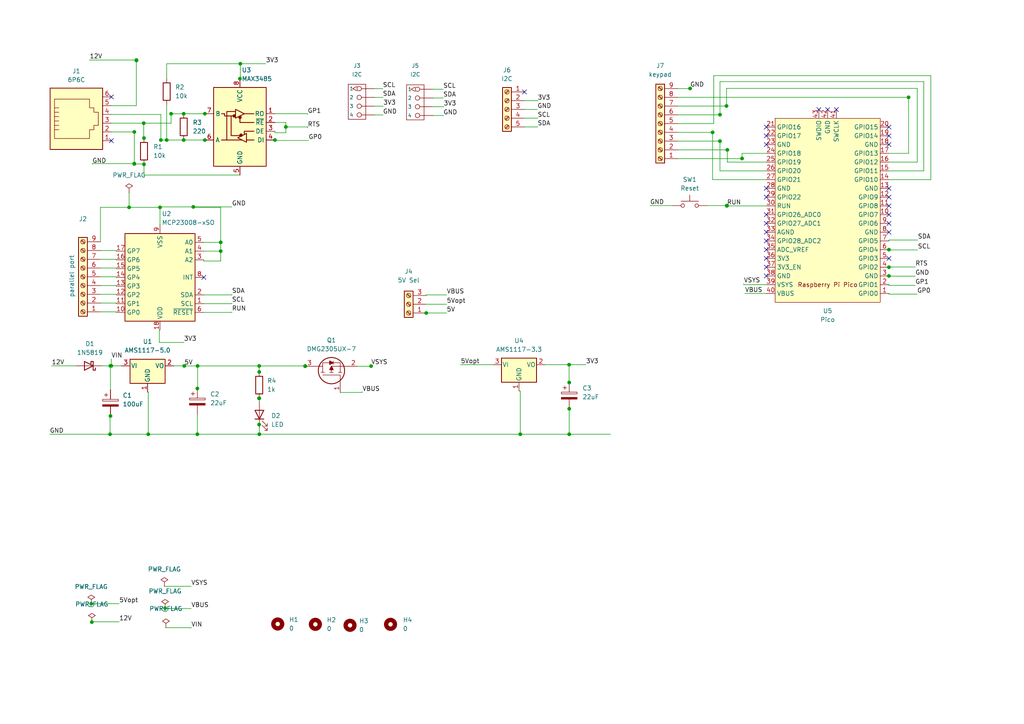
<source format=kicad_sch>
(kicad_sch (version 20211123) (generator eeschema)
  (paper "A4")
  (title_block (title "Lenz  Xpressnet Throttle") (date "2024-04-09") (rev "2.0"))
  (lib_symbols
    (symbol "Connector:6P6C" (pin_names (offset 1.016))
      (property "Reference" "J" (at -5.08 11.43 0))
      (property "Value" "6P6C" (at 2.54 11.43 0))
      (symbol "6P6C_0_1"
        (polyline (pts (xy -6.35 -1.905) (xy -5.08 -1.905) (xy -5.08 -1.905)))
        (polyline (pts (xy -6.35 -0.635) (xy -5.08 -0.635) (xy -5.08 -0.635)))
        (polyline (pts (xy -6.35 0.635) (xy -5.08 0.635) (xy -5.08 0.635)))
        (polyline (pts (xy -6.35 1.905) (xy -5.08 1.905) (xy -5.08 1.905)))
        (polyline (pts (xy -6.35 3.175) (xy -5.08 3.175) (xy -5.08 3.175)))
        (polyline (pts (xy -5.08 4.445) (xy -6.35 4.445) (xy -6.35 4.445)))
        (polyline (pts (xy -6.35 -4.445) (xy -6.35 6.985) (xy 3.81 6.985) (xy 3.81 4.445) (xy 5.08 4.445) (xy 5.08 3.175) (xy 6.35 3.175) (xy 6.35 -0.635) (xy 5.08 -0.635) (xy 5.08 -1.905) (xy 3.81 -1.905) (xy 3.81 -4.445) (xy -6.35 -4.445) (xy -6.35 -4.445)))
        (rectangle (start 7.62 10.16) (end -7.62 -7.62) (stroke (width 0.254)) (fill (type background)))
      )
      (symbol "6P6C_1_1"
        (pin passive line (at 10.16 -5.08 180) (length 2.54) (name "~") (number "1"))
        (pin passive line (at 10.16 -2.54 180) (length 2.54) (name "~") (number "2"))
        (pin passive line (at 10.16 0 180) (length 2.54) (name "~") (number "3"))
        (pin passive line (at 10.16 2.54 180) (length 2.54) (name "~") (number "4"))
        (pin passive line (at 10.16 5.08 180) (length 2.54) (name "~") (number "5"))
        (pin passive line (at 10.16 7.62 180) (length 2.54) (name "~") (number "6"))
      )
    )
    (symbol "Connector:Screw_Terminal_01x03" (pin_names (offset 1.016) hide)
      (property "Reference" "J" (at 0 5.08 0))
      (property "Value" "Screw_Terminal_01x03" (at 0 -5.08 0))
      (symbol "Screw_Terminal_01x03_1_1"
        (rectangle (start -1.27 3.81) (end 1.27 -3.81) (stroke (width 0.254)) (fill (type background)))
        (circle (center 0 -2.54) (radius 0.635) (stroke (width 0.1524)))
        (polyline (pts (xy -0.5334 -2.2098) (xy 0.3302 -3.048)) (stroke (width 0.1524)))
        (polyline (pts (xy -0.5334 0.3302) (xy 0.3302 -0.508)) (stroke (width 0.1524)))
        (polyline (pts (xy -0.5334 2.8702) (xy 0.3302 2.032)) (stroke (width 0.1524)))
        (polyline (pts (xy -0.3556 -2.032) (xy 0.508 -2.8702)) (stroke (width 0.1524)))
        (polyline (pts (xy -0.3556 0.508) (xy 0.508 -0.3302)) (stroke (width 0.1524)))
        (polyline (pts (xy -0.3556 3.048) (xy 0.508 2.2098)) (stroke (width 0.1524)))
        (circle (center 0 0) (radius 0.635) (stroke (width 0.1524)))
        (circle (center 0 2.54) (radius 0.635) (stroke (width 0.1524)))
        (pin passive line (at -5.08 2.54 0) (length 3.81) (name "Pin_1") (number "1"))
        (pin passive line (at -5.08 0 0) (length 3.81) (name "Pin_2") (number "2"))
        (pin passive line (at -5.08 -2.54 0) (length 3.81) (name "Pin_3") (number "3"))
      )
    )
    (symbol "Connector:Screw_Terminal_01x05" (pin_names (offset 1.016) hide)
      (property "Reference" "J" (at 0 7.62 0))
      (property "Value" "Screw_Terminal_01x05" (at 0 -7.62 0))
      (symbol "Screw_Terminal_01x05_1_1"
        (rectangle (start -1.27 6.35) (end 1.27 -6.35) (stroke (width 0.254)) (fill (type background)))
        (circle (center 0 -5.08) (radius 0.635) (stroke (width 0.1524)))
        (circle (center 0 -2.54) (radius 0.635) (stroke (width 0.1524)))
        (polyline (pts (xy -0.5334 -4.7498) (xy 0.3302 -5.588)) (stroke (width 0.1524)))
        (polyline (pts (xy -0.5334 -2.2098) (xy 0.3302 -3.048)) (stroke (width 0.1524)))
        (polyline (pts (xy -0.5334 0.3302) (xy 0.3302 -0.508)) (stroke (width 0.1524)))
        (polyline (pts (xy -0.5334 2.8702) (xy 0.3302 2.032)) (stroke (width 0.1524)))
        (polyline (pts (xy -0.5334 5.4102) (xy 0.3302 4.572)) (stroke (width 0.1524)))
        (polyline (pts (xy -0.3556 -4.572) (xy 0.508 -5.4102)) (stroke (width 0.1524)))
        (polyline (pts (xy -0.3556 -2.032) (xy 0.508 -2.8702)) (stroke (width 0.1524)))
        (polyline (pts (xy -0.3556 0.508) (xy 0.508 -0.3302)) (stroke (width 0.1524)))
        (polyline (pts (xy -0.3556 3.048) (xy 0.508 2.2098)) (stroke (width 0.1524)))
        (polyline (pts (xy -0.3556 5.588) (xy 0.508 4.7498)) (stroke (width 0.1524)))
        (circle (center 0 0) (radius 0.635) (stroke (width 0.1524)))
        (circle (center 0 2.54) (radius 0.635) (stroke (width 0.1524)))
        (circle (center 0 5.08) (radius 0.635) (stroke (width 0.1524)))
        (pin passive line (at -5.08 5.08 0) (length 3.81) (name "Pin_1") (number "1"))
        (pin passive line (at -5.08 2.54 0) (length 3.81) (name "Pin_2") (number "2"))
        (pin passive line (at -5.08 0 0) (length 3.81) (name "Pin_3") (number "3"))
        (pin passive line (at -5.08 -2.54 0) (length 3.81) (name "Pin_4") (number "4"))
        (pin passive line (at -5.08 -5.08 0) (length 3.81) (name "Pin_5") (number "5"))
      )
    )
    (symbol "Connector:Screw_Terminal_01x09" (pin_names (offset 1.016) hide)
      (property "Reference" "J" (at 0 12.7 0))
      (property "Value" "Screw_Terminal_01x09" (at 0 -12.7 0))
      (symbol "Screw_Terminal_01x09_1_1"
        (rectangle (start -1.27 11.43) (end 1.27 -11.43) (stroke (width 0.254)) (fill (type background)))
        (circle (center 0 -10.16) (radius 0.635) (stroke (width 0.1524)))
        (circle (center 0 -7.62) (radius 0.635) (stroke (width 0.1524)))
        (circle (center 0 -5.08) (radius 0.635) (stroke (width 0.1524)))
        (circle (center 0 -2.54) (radius 0.635) (stroke (width 0.1524)))
        (polyline (pts (xy -0.5334 -9.8298) (xy 0.3302 -10.668)) (stroke (width 0.1524)))
        (polyline (pts (xy -0.5334 -7.2898) (xy 0.3302 -8.128)) (stroke (width 0.1524)))
        (polyline (pts (xy -0.5334 -4.7498) (xy 0.3302 -5.588)) (stroke (width 0.1524)))
        (polyline (pts (xy -0.5334 -2.2098) (xy 0.3302 -3.048)) (stroke (width 0.1524)))
        (polyline (pts (xy -0.5334 0.3302) (xy 0.3302 -0.508)) (stroke (width 0.1524)))
        (polyline (pts (xy -0.5334 2.8702) (xy 0.3302 2.032)) (stroke (width 0.1524)))
        (polyline (pts (xy -0.5334 5.4102) (xy 0.3302 4.572)) (stroke (width 0.1524)))
        (polyline (pts (xy -0.5334 7.9502) (xy 0.3302 7.112)) (stroke (width 0.1524)))
        (polyline (pts (xy -0.5334 10.4902) (xy 0.3302 9.652)) (stroke (width 0.1524)))
        (polyline (pts (xy -0.3556 -9.652) (xy 0.508 -10.4902)) (stroke (width 0.1524)))
        (polyline (pts (xy -0.3556 -7.112) (xy 0.508 -7.9502)) (stroke (width 0.1524)))
        (polyline (pts (xy -0.3556 -4.572) (xy 0.508 -5.4102)) (stroke (width 0.1524)))
        (polyline (pts (xy -0.3556 -2.032) (xy 0.508 -2.8702)) (stroke (width 0.1524)))
        (polyline (pts (xy -0.3556 0.508) (xy 0.508 -0.3302)) (stroke (width 0.1524)))
        (polyline (pts (xy -0.3556 3.048) (xy 0.508 2.2098)) (stroke (width 0.1524)))
        (polyline (pts (xy -0.3556 5.588) (xy 0.508 4.7498)) (stroke (width 0.1524)))
        (polyline (pts (xy -0.3556 8.128) (xy 0.508 7.2898)) (stroke (width 0.1524)))
        (polyline (pts (xy -0.3556 10.668) (xy 0.508 9.8298)) (stroke (width 0.1524)))
        (circle (center 0 0) (radius 0.635) (stroke (width 0.1524)))
        (circle (center 0 2.54) (radius 0.635) (stroke (width 0.1524)))
        (circle (center 0 5.08) (radius 0.635) (stroke (width 0.1524)))
        (circle (center 0 7.62) (radius 0.635) (stroke (width 0.1524)))
        (circle (center 0 10.16) (radius 0.635) (stroke (width 0.1524)))
        (pin passive line (at -5.08 10.16 0) (length 3.81) (name "Pin_1") (number "1"))
        (pin passive line (at -5.08 7.62 0) (length 3.81) (name "Pin_2") (number "2"))
        (pin passive line (at -5.08 5.08 0) (length 3.81) (name "Pin_3") (number "3"))
        (pin passive line (at -5.08 2.54 0) (length 3.81) (name "Pin_4") (number "4"))
        (pin passive line (at -5.08 0 0) (length 3.81) (name "Pin_5") (number "5"))
        (pin passive line (at -5.08 -2.54 0) (length 3.81) (name "Pin_6") (number "6"))
        (pin passive line (at -5.08 -5.08 0) (length 3.81) (name "Pin_7") (number "7"))
        (pin passive line (at -5.08 -7.62 0) (length 3.81) (name "Pin_8") (number "8"))
        (pin passive line (at -5.08 -10.16 0) (length 3.81) (name "Pin_9") (number "9"))
      )
    )
    (symbol "DMG2305UX-7:DMG2305UX-7" (pin_names (offset 0.762))
      (property "Reference" "Q" (at 11.43 3.81 0))
      (property "Value" "DMG2305UX-7" (at 11.43 1.27 0))
      (symbol "DMG2305UX-7_0_0"
        (pin passive line (at 0 0 0) (length 2.54) (name "~") (number "1"))
        (pin passive line (at 7.62 -5.08 90) (length 2.54) (name "~") (number "2"))
        (pin passive line (at 7.62 10.16 270) (length 2.54) (name "~") (number "3"))
      )
      (symbol "DMG2305UX-7_0_1"
        (polyline (pts (xy 5.842 -0.508) (xy 5.842 0.508)) (stroke (width 0.1524)))
        (polyline (pts (xy 5.842 0) (xy 7.62 0)) (stroke (width 0.1524)))
        (polyline (pts (xy 5.842 2.032) (xy 5.842 3.048)) (stroke (width 0.1524)))
        (polyline (pts (xy 5.842 5.588) (xy 5.842 4.572)) (stroke (width 0.1524)))
        (polyline (pts (xy 7.62 2.54) (xy 5.842 2.54)) (stroke (width 0.1524)))
        (polyline (pts (xy 7.62 2.54) (xy 7.62 -2.54)) (stroke (width 0.1524)))
        (polyline (pts (xy 7.62 5.08) (xy 5.842 5.08)) (stroke (width 0.1524)))
        (polyline (pts (xy 7.62 5.08) (xy 7.62 7.62)) (stroke (width 0.1524)))
        (polyline (pts (xy 8.128 2.032) (xy 9.144 2.032)) (stroke (width 0.1524)))
        (polyline (pts (xy 2.54 0) (xy 5.08 0) (xy 5.08 5.08)) (stroke (width 0.1524)))
        (polyline (pts (xy 8.636 2.032) (xy 8.636 0) (xy 7.62 0)) (stroke (width 0.1524)))
        (polyline (pts (xy 8.636 3.048) (xy 8.636 5.08) (xy 7.62 5.08)) (stroke (width 0.1524)))
        (polyline (pts (xy 7.62 2.54) (xy 6.604 3.048) (xy 6.604 2.032) (xy 7.62 2.54)) (stroke (width 0.254)) (fill (type outline)))
        (polyline (pts (xy 8.636 2.032) (xy 8.128 3.048) (xy 9.144 3.048) (xy 8.636 2.032)) (stroke (width 0.254)) (fill (type outline)))
        (circle (center 6.35 2.54) (radius 3.81) (stroke (width 0.254)))
      )
    )
    (symbol "Device:C_Polarized" (pin_numbers hide) (pin_names (offset 0.254))
      (property "Reference" "C" (at 0.635 2.54 0))
      (property "Value" "C_Polarized" (at 0.635 -2.54 0))
      (symbol "C_Polarized_0_1"
        (rectangle (start -2.286 0.508) (end 2.286 1.016))
        (polyline (pts (xy -1.778 2.286) (xy -0.762 2.286)))
        (polyline (pts (xy -1.27 2.794) (xy -1.27 1.778)))
        (rectangle (start 2.286 -0.508) (end -2.286 -1.016) (fill (type outline)))
      )
      (symbol "C_Polarized_1_1"
        (pin passive line (at 0 3.81 270) (length 2.794) (name "~") (number "1"))
        (pin passive line (at 0 -3.81 90) (length 2.794) (name "~") (number "2"))
      )
    )
    (symbol "Device:LED" (pin_numbers hide) (pin_names (offset 1.016) hide)
      (property "Reference" "D" (at 0 2.54 0))
      (property "Value" "LED" (at 0 -2.54 0))
      (symbol "LED_0_1"
        (polyline (pts (xy -1.27 -1.27) (xy -1.27 1.27)) (stroke (width 0.254)))
        (polyline (pts (xy -1.27 0) (xy 1.27 0)))
        (polyline (pts (xy 1.27 -1.27) (xy 1.27 1.27) (xy -1.27 0) (xy 1.27 -1.27)) (stroke (width 0.254)))
        (polyline (pts (xy -3.048 -0.762) (xy -4.572 -2.286) (xy -3.81 -2.286) (xy -4.572 -2.286) (xy -4.572 -1.524)))
        (polyline (pts (xy -1.778 -0.762) (xy -3.302 -2.286) (xy -2.54 -2.286) (xy -3.302 -2.286) (xy -3.302 -1.524)))
      )
      (symbol "LED_1_1"
        (pin passive line (at -3.81 0 0) (length 2.54) (name "K") (number "1"))
        (pin passive line (at 3.81 0 180) (length 2.54) (name "A") (number "2"))
      )
    )
    (symbol "Device:R" (pin_numbers hide) (pin_names (offset 0))
      (property "Reference" "R" (at 2.032 0 90))
      (property "Value" "R" (at 0 0 90))
      (symbol "R_0_1"
        (rectangle (start -1.016 -2.54) (end 1.016 2.54) (stroke (width 0.254)))
      )
      (symbol "R_1_1"
        (pin passive line (at 0 3.81 270) (length 1.27) (name "~") (number "1"))
        (pin passive line (at 0 -3.81 90) (length 1.27) (name "~") (number "2"))
      )
    )
    (symbol "Diode:1N5819" (pin_numbers hide) (pin_names (offset 1.016) hide)
      (property "Reference" "D" (at 0 2.54 0))
      (property "Value" "1N5819" (at 0 -2.54 0))
      (symbol "1N5819_0_1"
        (polyline (pts (xy 1.27 0) (xy -1.27 0)))
        (polyline (pts (xy 1.27 1.27) (xy 1.27 -1.27) (xy -1.27 0) (xy 1.27 1.27)) (stroke (width 0.254)))
        (polyline (pts (xy -1.905 0.635) (xy -1.905 1.27) (xy -1.27 1.27) (xy -1.27 -1.27) (xy -0.635 -1.27) (xy -0.635 -0.635)) (stroke (width 0.254)))
      )
      (symbol "1N5819_1_1"
        (pin passive line (at -3.81 0 0) (length 2.54) (name "K") (number "1"))
        (pin passive line (at 3.81 0 180) (length 2.54) (name "A") (number "2"))
      )
    )
    (symbol "Interface_Expansion:MCP23008-xSO"
      (property "Reference" "U" (at -8.89 13.97 0))
      (property "Value" "MCP23008-xSO" (at 8.89 13.97 0))
      (symbol "MCP23008-xSO_0_1"
        (rectangle (start -10.16 12.7) (end 10.16 -12.7) (stroke (width 0.254)) (fill (type background)))
      )
      (symbol "MCP23008-xSO_1_1"
        (pin input line (at -12.7 7.62 0) (length 2.54) (name "SCL") (number "1"))
        (pin bidirectional line (at 12.7 10.16 180) (length 2.54) (name "GP0") (number "10"))
        (pin bidirectional line (at 12.7 7.62 180) (length 2.54) (name "GP1") (number "11"))
        (pin bidirectional line (at 12.7 5.08 180) (length 2.54) (name "GP2") (number "12"))
        (pin bidirectional line (at 12.7 2.54 180) (length 2.54) (name "GP3") (number "13"))
        (pin bidirectional line (at 12.7 0 180) (length 2.54) (name "GP4") (number "14"))
        (pin bidirectional line (at 12.7 -2.54 180) (length 2.54) (name "GP5") (number "15"))
        (pin bidirectional line (at 12.7 -5.08 180) (length 2.54) (name "GP6") (number "16"))
        (pin bidirectional line (at 12.7 -7.62 180) (length 2.54) (name "GP7") (number "17"))
        (pin power_in line (at 0 15.24 270) (length 2.54) (name "VDD") (number "18"))
        (pin bidirectional line (at -12.7 5.08 0) (length 2.54) (name "SDA") (number "2"))
        (pin input line (at -12.7 -5.08 0) (length 2.54) (name "A2") (number "3"))
        (pin input line (at -12.7 -7.62 0) (length 2.54) (name "A1") (number "4"))
        (pin input line (at -12.7 -10.16 0) (length 2.54) (name "A0") (number "5"))
        (pin input line (at -12.7 10.16 0) (length 2.54) (name "~{RESET}") (number "6"))
        (pin no_connect line (at -10.16 -2.54 0) (length 2.54) hide (name "NC") (number "7"))
        (pin output line (at -12.7 0 0) (length 2.54) (name "INT") (number "8"))
        (pin power_in line (at 0 -15.24 90) (length 2.54) (name "VSS") (number "9"))
      )
    )
    (symbol "Interface_UART:MAX3485"
      (property "Reference" "U" (at -6.096 11.43 0))
      (property "Value" "MAX3485" (at 0.762 11.43 0))
      (symbol "MAX3485_0_1"
        (rectangle (start -7.62 10.16) (end 7.62 -12.7) (stroke (width 0.254)) (fill (type background)))
        (circle (center -0.3048 -3.683) (radius 0.3556) (stroke (width 0.254)) (fill (type outline)))
        (circle (center -0.0254 1.4986) (radius 0.3556) (stroke (width 0.254)) (fill (type outline)))
        (polyline (pts (xy -4.064 -5.08) (xy -1.905 -5.08)) (stroke (width 0.254)))
        (polyline (pts (xy -4.064 2.54) (xy -1.27 2.54)) (stroke (width 0.254)))
        (polyline (pts (xy -1.27 -3.2004) (xy -1.27 -3.4544)) (stroke (width 0.254)))
        (polyline (pts (xy -0.635 -5.08) (xy 5.334 -5.08)) (stroke (width 0.254)))
        (polyline (pts (xy -4.064 -2.54) (xy -1.27 -2.54) (xy -1.27 -3.175)) (stroke (width 0.254)))
        (polyline (pts (xy 0 1.27) (xy 0 0) (xy -4.064 0)) (stroke (width 0.254)))
        (polyline (pts (xy 1.27 3.175) (xy 3.81 3.175) (xy 3.81 -5.08)) (stroke (width 0.254)))
        (polyline (pts (xy 2.54 1.905) (xy 2.54 -3.81) (xy 0 -3.81)) (stroke (width 0.254)))
        (polyline (pts (xy -1.905 -3.175) (xy -1.905 -5.715) (xy 0.635 -4.445) (xy -1.905 -3.175)) (stroke (width 0.254)))
        (polyline (pts (xy -1.27 2.54) (xy 1.27 3.81) (xy 1.27 1.27) (xy -1.27 2.54)) (stroke (width 0.254)))
        (polyline (pts (xy 1.905 1.905) (xy 4.445 1.905) (xy 4.445 2.54) (xy 5.334 2.54)) (stroke (width 0.254)))
        (rectangle (start 1.27 3.175) (end 1.27 3.175))
        (circle (center 1.651 1.905) (radius 0.3556) (stroke (width 0.254)) (fill (type outline)))
      )
      (symbol "MAX3485_1_1"
        (pin output line (at -10.16 2.54 0) (length 2.54) (name "RO") (number "1"))
        (pin input line (at -10.16 0 0) (length 2.54) (name "~{RE}") (number "2"))
        (pin input line (at -10.16 -2.54 0) (length 2.54) (name "DE") (number "3"))
        (pin input line (at -10.16 -5.08 0) (length 2.54) (name "DI") (number "4"))
        (pin power_in line (at 0 -15.24 90) (length 2.54) (name "GND") (number "5"))
        (pin bidirectional line (at 10.16 -5.08 180) (length 2.54) (name "A") (number "6"))
        (pin bidirectional line (at 10.16 2.54 180) (length 2.54) (name "B") (number "7"))
        (pin power_in line (at 0 12.7 270) (length 2.54) (name "VCC") (number "8"))
      )
    )
    (symbol "MCU_RaspberryPi_and_Boards:Pico"
      (property "Reference" "U" (at -13.97 27.94 0))
      (property "Value" "Pico" (at 0 19.05 0))
      (symbol "Pico_0_0"
        (text "Raspberry Pi Pico" (at 0 21.59 0) (effects (font (size 1.27 1.27))))
      )
      (symbol "Pico_0_1"
        (rectangle (start -15.24 26.67) (end 15.24 -26.67) (fill (type background)))
      )
      (symbol "Pico_1_1"
        (pin bidirectional line (at -17.78 24.13 0) (length 2.54) (name "GPIO0") (number "1"))
        (pin bidirectional line (at -17.78 1.27 0) (length 2.54) (name "GPIO7") (number "10"))
        (pin bidirectional line (at -17.78 -1.27 0) (length 2.54) (name "GPIO8") (number "11"))
        (pin bidirectional line (at -17.78 -3.81 0) (length 2.54) (name "GPIO9") (number "12"))
        (pin power_in line (at -17.78 -6.35 0) (length 2.54) (name "GND") (number "13"))
        (pin bidirectional line (at -17.78 -8.89 0) (length 2.54) (name "GPIO10") (number "14"))
        (pin bidirectional line (at -17.78 -11.43 0) (length 2.54) (name "GPIO11") (number "15"))
        (pin bidirectional line (at -17.78 -13.97 0) (length 2.54) (name "GPIO12") (number "16"))
        (pin bidirectional line (at -17.78 -16.51 0) (length 2.54) (name "GPIO13") (number "17"))
        (pin power_in line (at -17.78 -19.05 0) (length 2.54) (name "GND") (number "18"))
        (pin bidirectional line (at -17.78 -21.59 0) (length 2.54) (name "GPIO14") (number "19"))
        (pin bidirectional line (at -17.78 21.59 0) (length 2.54) (name "GPIO1") (number "2"))
        (pin bidirectional line (at -17.78 -24.13 0) (length 2.54) (name "GPIO15") (number "20"))
        (pin bidirectional line (at 17.78 -24.13 180) (length 2.54) (name "GPIO16") (number "21"))
        (pin bidirectional line (at 17.78 -21.59 180) (length 2.54) (name "GPIO17") (number "22"))
        (pin power_in line (at 17.78 -19.05 180) (length 2.54) (name "GND") (number "23"))
        (pin bidirectional line (at 17.78 -16.51 180) (length 2.54) (name "GPIO18") (number "24"))
        (pin bidirectional line (at 17.78 -13.97 180) (length 2.54) (name "GPIO19") (number "25"))
        (pin bidirectional line (at 17.78 -11.43 180) (length 2.54) (name "GPIO20") (number "26"))
        (pin bidirectional line (at 17.78 -8.89 180) (length 2.54) (name "GPIO21") (number "27"))
        (pin power_in line (at 17.78 -6.35 180) (length 2.54) (name "GND") (number "28"))
        (pin bidirectional line (at 17.78 -3.81 180) (length 2.54) (name "GPIO22") (number "29"))
        (pin power_in line (at -17.78 19.05 0) (length 2.54) (name "GND") (number "3"))
        (pin input line (at 17.78 -1.27 180) (length 2.54) (name "RUN") (number "30"))
        (pin bidirectional line (at 17.78 1.27 180) (length 2.54) (name "GPIO26_ADC0") (number "31"))
        (pin bidirectional line (at 17.78 3.81 180) (length 2.54) (name "GPIO27_ADC1") (number "32"))
        (pin power_in line (at 17.78 6.35 180) (length 2.54) (name "AGND") (number "33"))
        (pin bidirectional line (at 17.78 8.89 180) (length 2.54) (name "GPIO28_ADC2") (number "34"))
        (pin power_in line (at 17.78 11.43 180) (length 2.54) (name "ADC_VREF") (number "35"))
        (pin power_in line (at 17.78 13.97 180) (length 2.54) (name "3V3") (number "36"))
        (pin input line (at 17.78 16.51 180) (length 2.54) (name "3V3_EN") (number "37"))
        (pin bidirectional line (at 17.78 19.05 180) (length 2.54) (name "GND") (number "38"))
        (pin power_in line (at 17.78 21.59 180) (length 2.54) (name "VSYS") (number "39"))
        (pin bidirectional line (at -17.78 16.51 0) (length 2.54) (name "GPIO2") (number "4"))
        (pin power_in line (at 17.78 24.13 180) (length 2.54) (name "VBUS") (number "40"))
        (pin input line (at -2.54 -29.21 90) (length 2.54) (name "SWCLK") (number "41"))
        (pin power_in line (at 0 -29.21 90) (length 2.54) (name "GND") (number "42"))
        (pin bidirectional line (at 2.54 -29.21 90) (length 2.54) (name "SWDIO") (number "43"))
        (pin bidirectional line (at -17.78 13.97 0) (length 2.54) (name "GPIO3") (number "5"))
        (pin bidirectional line (at -17.78 11.43 0) (length 2.54) (name "GPIO4") (number "6"))
        (pin bidirectional line (at -17.78 8.89 0) (length 2.54) (name "GPIO5") (number "7"))
        (pin power_in line (at -17.78 6.35 0) (length 2.54) (name "GND") (number "8"))
        (pin bidirectional line (at -17.78 3.81 0) (length 2.54) (name "GPIO6") (number "9"))
      )
    )
    (symbol "Mechanical:MountingHole" (pin_names (offset 1.016))
      (property "Reference" "H" (at 0 5.08 0))
      (property "Value" "MountingHole" (at 0 3.175 0))
      (symbol "MountingHole_0_1"
        (circle (center 0 0) (radius 1.27) (stroke (width 1.27)))
      )
    )
    (symbol "OPL_Connector:GROVE-CONNECTOR-DIP_4P-2.0_" (pin_numbers hide) (pin_names (offset 1.016))
      (property "Reference" "J" (at -6.35 6.35 0))
      (property "Value" "GROVE-CONNECTOR-DIP_4P-2.0_" (at 0 6.35 0))
      (symbol "GROVE-CONNECTOR-DIP_4P-2.0__1_0"
        (polyline (pts (xy -1.27 -5.08) (xy -1.27 5.08)))
        (polyline (pts (xy -1.27 5.08) (xy 3.81 5.08)))
        (polyline (pts (xy 3.81 -5.08) (xy -1.27 -5.08)))
        (polyline (pts (xy 3.81 5.08) (xy 3.81 -5.08)))
      )
      (symbol "GROVE-CONNECTOR-DIP_4P-2.0__1_1"
        (pin bidirectional inverted_clock (at -3.81 3.81 0) (length 5.08) (name "1") (number "1"))
        (pin bidirectional inverted (at -3.81 1.27 0) (length 5.08) (name "2") (number "2"))
        (pin bidirectional inverted (at -3.81 -1.27 0) (length 5.08) (name "3") (number "3"))
        (pin bidirectional inverted (at -3.81 -3.81 0) (length 5.08) (name "4") (number "4"))
      )
    )
    (symbol "Regulator_Linear:AMS1117-3.3" (pin_names (offset 0.254))
      (property "Reference" "U" (at -3.81 3.175 0))
      (property "Value" "AMS1117-3.3" (at 0 3.175 0))
      (symbol "AMS1117-3.3_0_1"
        (rectangle (start -5.08 -5.08) (end 5.08 1.905) (stroke (width 0.254)) (fill (type background)))
      )
      (symbol "AMS1117-3.3_1_1"
        (pin power_in line (at 0 -7.62 90) (length 2.54) (name "GND") (number "1"))
        (pin power_out line (at 7.62 0 180) (length 2.54) (name "VO") (number "2"))
        (pin power_in line (at -7.62 0 0) (length 2.54) (name "VI") (number "3"))
      )
    )
    (symbol "Regulator_Linear:AMS1117-5.0" (pin_names (offset 0.254))
      (property "Reference" "U" (at -3.81 3.175 0))
      (property "Value" "AMS1117-5.0" (at 0 3.175 0))
      (symbol "AMS1117-5.0_0_1"
        (rectangle (start -5.08 -5.08) (end 5.08 1.905) (stroke (width 0.254)) (fill (type background)))
      )
      (symbol "AMS1117-5.0_1_1"
        (pin power_in line (at 0 -7.62 90) (length 2.54) (name "GND") (number "1"))
        (pin power_out line (at 7.62 0 180) (length 2.54) (name "VO") (number "2"))
        (pin power_in line (at -7.62 0 0) (length 2.54) (name "VI") (number "3"))
      )
    )
    (symbol "Switch:SW_Push" (pin_numbers hide) (pin_names (offset 1.016) hide)
      (property "Reference" "SW" (at 1.27 2.54 0))
      (property "Value" "SW_Push" (at 0 -1.524 0))
      (symbol "SW_Push_0_1"
        (circle (center -2.032 0) (radius 0.508))
        (polyline (pts (xy 0 1.27) (xy 0 3.048)))
        (polyline (pts (xy 2.54 1.27) (xy -2.54 1.27)))
        (circle (center 2.032 0) (radius 0.508))
        (pin passive line (at -5.08 0 0) (length 2.54) (name "1") (number "1"))
        (pin passive line (at 5.08 0 180) (length 2.54) (name "2") (number "2"))
      )
    )
    (symbol "power:PWR_FLAG" (power) (pin_numbers hide) (pin_names (offset 0) hide)
      (property "Value" "PWR_FLAG" (at 0 3.81 0))
      (symbol "PWR_FLAG_0_0"
        (pin power_out line (at 0 0 90) (length 0) (name "pwr") (number "1"))
      )
      (symbol "PWR_FLAG_0_1"
        (polyline (pts (xy 0 0) (xy 0 1.27) (xy -1.016 1.905) (xy 0 2.54) (xy 1.016 1.905) (xy 0 1.27)))
      )
    )
  )
  (junction (at 210.7189 30.7381))
  (junction (at 123.6135 90.782))
  (junction (at 82.9106 36.8207))
  (junction (at 165.0561 105.7795))
  (junction (at 88.5138 106.2292))
  (junction (at 38.9521 47.5552))
  (junction (at 165.0932 110.9428))
  (junction (at 69.706 18.481))
  (junction (at 75.2236 125.948))
  (junction (at 263.5181 28.2271))
  (junction (at 79.7461 40.6075))
  (junction (at 257.8281 77.4973))
  (junction (at 107.6224 106.1824))
  (junction (at 48.3481 40.617))
  (junction (at 53.4353 106.139))
  (junction (at 32.0449 120.6533))
  (junction (at 150.9022 125.948))
  (junction (at 208.8197 40.9271))
  (junction (at 53.2877 40.617))
  (junction (at 32.0213 106.1064))
  (junction (at 57.2363 125.948))
  (junction (at 257.8281 80.0373))
  (junction (at 46.4082 60.1369))
  (junction (at 39.5667 17.4146))
  (junction (at 47.8864 176.4032))
  (junction (at 200.1591 25.6581))
  (junction (at 210.8216 59.6272))
  (junction (at 210.9555 43.4671))
  (junction (at 37.4416 60.1369))
  (junction (at 31.9198 125.948))
  (junction (at 64.0163 72.8339))
  (junction (at 165.0932 118.5628))
  (junction (at 57.3129 106.139))
  (junction (at 75.1754 107.8827))
  (junction (at 69.5861 22.8275))
  (junction (at 206.6838 38.3871))
  (junction (at 59.4261 32.9875))
  (junction (at 46.66 40.617))
  (junction (at 38.9521 38.2651))
  (junction (at 53.2877 32.997))
  (junction (at 56.0588 60.009))
  (junction (at 208.8276 33.2781))
  (junction (at 215.2272 45.9781))
  (junction (at 59.4261 40.617))
  (junction (at 26.473 175.1236))
  (junction (at 165.0949 125.948))
  (junction (at 75.1754 115.5027))
  (junction (at 75.1507 115.5169))
  (junction (at 26.639 180.4353))
  (junction (at 57.2363 112.6785))
  (junction (at 257.8281 72.4173))
  (junction (at 75.1679 106.139))
  (junction (at 88.5138 106.139))
  (junction (at 41.687 35.7251))
  (junction (at 41.762 40.0405))
  (junction (at 32.2766 106.1064))
  (junction (at 41.762 47.6605))
  (junction (at 49.6246 32.997))
  (junction (at 64.0163 70.2939))
  (junction (at 38.9521 47.4486))
  (junction (at 43.0027 125.948))
  (junction (at 75.1542 123.1369))
  (junction (at 75.1542 115.5169))
  (junction (at 210.8216 59.7173))
  (junction (at 39.5667 17.5424))
  (no_connect (at 237.5081 31.7773))
  (no_connect (at 222.2681 72.4173))
  (no_connect (at 222.2681 62.2573))
  (no_connect (at 222.2681 54.6373))
  (no_connect (at 222.2681 80.0373))
  (no_connect (at 32.3128 40.8051))
  (no_connect (at 257.8281 67.3373))
  (no_connect (at 222.2681 77.4973))
  (no_connect (at 222.2681 41.9373))
  (no_connect (at 257.8281 57.1773))
  (no_connect (at 222.2681 39.3973))
  (no_connect (at 222.2681 74.9573))
  (no_connect (at 257.8281 59.7173))
  (no_connect (at 222.2681 67.3373))
  (no_connect (at 257.8281 41.9373))
  (no_connect (at 257.8281 39.3973))
  (no_connect (at 222.2681 69.8773))
  (no_connect (at 59.1082 80.4539))
  (no_connect (at 257.8281 64.7973))
  (no_connect (at 222.2681 64.7973))
  (no_connect (at 32.3128 28.1051))
  (no_connect (at 242.5881 31.7773))
  (no_connect (at 257.8281 62.2573))
  (no_connect (at 257.8281 74.9573))
  (no_connect (at 152.1247 26.657))
  (no_connect (at 240.0481 31.7773))
  (no_connect (at 257.8281 36.8573))
  (no_connect (at 257.8281 54.6373))
  (no_connect (at 222.2681 36.8573))
  (no_connect (at 222.2681 57.1773))
  (wire (pts (xy 206.6838 52.0973) (xy 222.2681 52.0973)))
  (wire (pts (xy 49.6246 32.9582) (xy 49.6246 32.997)))
  (wire (pts (xy 33.7082 85.3646) (xy 33.7082 85.5339)))
  (wire (pts (xy 64.0163 60.1369) (xy 56.0588 60.1369)))
  (wire (pts (xy 105.0754 113.8024) (xy 105.0754 113.6306)))
  (wire (pts (xy 257.8281 77.4426) (xy 257.8281 77.4973)))
  (wire (pts (xy 79.7461 40.7463) (xy 79.7461 40.6075)))
  (wire (pts (xy 39.545 17.5424) (xy 39.5667 17.5424)))
  (wire (pts (xy 110.9975 28.2533) (xy 110.9975 28.2071)))
  (wire (pts (xy 88.5138 106.139) (xy 88.5138 106.2292)))
  (wire (pts (xy 89.4663 40.7463) (xy 79.7461 40.7463)))
  (wire (pts (xy 29.1396 77.7446) (xy 33.7082 77.7446)))
  (wire (pts (xy 208.8197 40.9271) (xy 208.8197 49.5573)))
  (wire (pts (xy 210.7189 30.7381) (xy 210.7189 25.6418)))
  (wire (pts (xy 59.4261 40.6075) (xy 59.4261 40.617)))
  (wire (pts (xy 29.1396 60.1369) (xy 37.4416 60.1369)))
  (wire (pts (xy 75.1679 107.8827) (xy 75.1754 107.8827)))
  (wire (pts (xy 165.0949 125.948) (xy 177.074 125.948)))
  (wire (pts (xy 55.4536 182.0554) (xy 55.4536 182.1481)))
  (wire (pts (xy 208.8197 40.8981) (xy 208.8197 40.9271)))
  (wire (pts (xy 41.762 47.5552) (xy 41.762 47.6605)))
  (wire (pts (xy 32.3128 30.6451) (xy 39.545 30.6451)))
  (wire (pts (xy 59.4261 40.617) (xy 59.4261 40.6661)))
  (wire (pts (xy 257.8281 85.3081) (xy 257.8281 85.1173)))
  (wire (pts (xy 32.0213 106.1064) (xy 32.2766 106.1064)))
  (wire (pts (xy 25.9824 17.4146) (xy 25.9824 17.371)))
  (wire (pts (xy 152.1247 36.817) (xy 155.9024 36.817)))
  (wire (pts (xy 29.1396 75.2046) (xy 33.7082 75.2046)))
  (wire (pts (xy 32.3128 38.2651) (xy 38.9521 38.2651)))
  (wire (pts (xy 57.3129 106.139) (xy 75.1679 106.139)))
  (wire (pts (xy 43.0027 125.948) (xy 43.0027 113.7264)))
  (wire (pts (xy 48.3481 22.752) (xy 48.3481 18.481)))
  (wire (pts (xy 34.5567 175.0971) (xy 26.473 175.0971)))
  (wire (pts (xy 266.0399 25.6418) (xy 266.0399 47.0173)))
  (wire (pts (xy 265.9926 85.3081) (xy 257.8281 85.3081)))
  (wire (pts (xy 196.5759 38.3871) (xy 206.6838 38.3871)))
  (wire (pts (xy 41.762 47.6605) (xy 41.762 50.7675)))
  (wire (pts (xy 196.5759 40.9271) (xy 208.8197 40.9271)))
  (wire (pts (xy 269.9801 21.938) (xy 269.9801 52.0973)))
  (wire (pts (xy 53.4353 106.139) (xy 57.3129 106.139)))
  (wire (pts (xy 75.2236 125.948) (xy 150.9022 125.948)))
  (wire (pts (xy 57.2363 120.2985) (xy 57.2363 125.948)))
  (wire (pts (xy 165.0561 105.7795) (xy 165.0561 110.9428)))
  (wire (pts (xy 210.7189 25.6418) (xy 266.0399 25.6418)))
  (wire (pts (xy 75.1679 106.139) (xy 75.1679 107.8827)))
  (wire (pts (xy 267.9312 23.6717) (xy 267.9312 49.5573)))
  (wire (pts (xy 215.2272 46.0071) (xy 215.2272 45.9781)))
  (wire (pts (xy 165.0949 118.5628) (xy 165.0932 118.5628)))
  (wire (pts (xy 196.5759 46.0071) (xy 215.2272 46.0071)))
  (wire (pts (xy 67.2462 85.5339) (xy 67.2462 85.3686)))
  (wire (pts (xy 43.0027 125.948) (xy 57.2363 125.948)))
  (wire (pts (xy 208.8276 33.2781) (xy 208.8276 23.6717)))
  (wire (pts (xy 46.4082 60.1369) (xy 46.4082 65.2139)))
  (wire (pts (xy 41.687 35.7251) (xy 41.687 40.0405)))
  (wire (pts (xy 67.2462 90.6139) (xy 67.2462 90.4798)))
  (wire (pts (xy 64.0163 70.2939) (xy 64.0163 60.1369)))
  (wire (pts (xy 215.2272 44.4773) (xy 222.2681 44.4773)))
  (wire (pts (xy 56.0588 60.009) (xy 67.2462 60.009)))
  (wire (pts (xy 75.1679 106.139) (xy 88.5138 106.139)))
  (wire (pts (xy 196.5759 43.4671) (xy 210.9555 43.4671)))
  (wire (pts (xy 46.66 33.1851) (xy 46.66 40.617)))
  (wire (pts (xy 55.4536 176.5021) (xy 47.8864 176.5021)))
  (wire (pts (xy 29.1396 87.9046) (xy 33.7082 87.9046)))
  (wire (pts (xy 208.8276 33.3071) (xy 208.8276 33.2781)))
  (wire (pts (xy 29.1396 85.3646) (xy 33.7082 85.3646)))
  (wire (pts (xy 33.7082 90.4446) (xy 33.7082 90.6139)))
  (wire (pts (xy 38.9521 47.5552) (xy 41.762 47.5552)))
  (wire (pts (xy 82.9106 36.8207) (xy 89.2218 36.8207)))
  (wire (pts (xy 110.9975 25.7133) (xy 110.9975 25.6828)))
  (wire (pts (xy 59.1082 88.0739) (xy 67.2462 88.0739)))
  (wire (pts (xy 103.7538 106.2292) (xy 107.6224 106.2292)))
  (wire (pts (xy 150.9022 113.3995) (xy 150.5338 113.3995)))
  (wire (pts (xy 57.3129 106.139) (xy 57.3129 112.6785)))
  (wire (pts (xy 37.4416 60.1369) (xy 46.4082 60.1369)))
  (wire (pts (xy 257.8281 82.7571) (xy 257.8281 82.5773)))
  (wire (pts (xy 14.4151 125.948) (xy 31.9198 125.948)))
  (wire (pts (xy 49.6246 32.997) (xy 49.6246 35.7251)))
  (wire (pts (xy 29.1396 80.2846) (xy 33.7082 80.2846)))
  (wire (pts (xy 216.055 85.1173) (xy 222.2681 85.1173)))
  (wire (pts (xy 123.6135 90.7816) (xy 123.6135 90.782)))
  (wire (pts (xy 33.7082 82.8246) (xy 33.7082 82.9939)))
  (wire (pts (xy 129.5384 90.7816) (xy 123.6135 90.7816)))
  (wire (pts (xy 38.9521 38.2651) (xy 38.9521 47.4486)))
  (wire (pts (xy 267.9312 49.5573) (xy 257.8281 49.5573)))
  (wire (pts (xy 38.9521 47.4486) (xy 26.7688 47.4486)))
  (wire (pts (xy 75.1754 115.5027) (xy 75.1507 115.5169)))
  (wire (pts (xy 75.1507 115.5169) (xy 75.1542 115.5169)))
  (wire (pts (xy 196.5759 33.3071) (xy 208.8276 33.3071)))
  (wire (pts (xy 111.0548 33.3333) (xy 111.0548 33.3705)))
  (wire (pts (xy 29.1396 70.1246) (xy 29.1396 60.1369)))
  (wire (pts (xy 29.1396 90.4446) (xy 33.7082 90.4446)))
  (wire (pts (xy 128.6478 30.9606) (xy 128.6478 31.0099)))
  (wire (pts (xy 210.8216 59.7173) (xy 222.2681 59.7173)))
  (wire (pts (xy 200.1591 25.6581) (xy 200.1591 25.5517)))
  (wire (pts (xy 26.473 175.0971) (xy 26.473 175.1236)))
  (wire (pts (xy 33.7082 72.6646) (xy 33.7082 72.8339)))
  (wire (pts (xy 215.2272 45.9781) (xy 215.2272 44.4773)))
  (wire (pts (xy 210.9555 47.0173) (xy 222.2681 47.0173)))
  (wire (pts (xy 31.9198 125.948) (xy 31.9198 120.6533)))
  (wire (pts (xy 59.1082 90.6139) (xy 67.2462 90.6139)))
  (wire (pts (xy 48.3481 30.372) (xy 48.3481 40.617)))
  (wire (pts (xy 41.687 35.7251) (xy 49.6246 35.7251)))
  (wire (pts (xy 48.1207 182.0554) (xy 55.4536 182.0554)))
  (wire (pts (xy 82.9106 38.5037) (xy 79.7461 38.5037)))
  (wire (pts (xy 88.5138 106.1064) (xy 88.5138 106.139)))
  (wire (pts (xy 129.5384 85.533) (xy 123.6135 85.533)))
  (wire (pts (xy 26.639 180.3457) (xy 26.639 180.4353)))
  (wire (pts (xy 57.3129 112.6785) (xy 57.2363 112.6785)))
  (wire (pts (xy 128.5793 33.5006) (xy 128.5793 33.5916)))
  (wire (pts (xy 59.1082 70.2939) (xy 64.0163 70.2939)))
  (wire (pts (xy 155.9024 34.277) (xy 155.9024 34.3086)))
  (wire (pts (xy 133.603 105.7795) (xy 142.9138 105.7795)))
  (wire (pts (xy 39.5667 17.4146) (xy 39.5667 17.5424)))
  (wire (pts (xy 46.4082 60.009) (xy 56.0588 60.009)))
  (wire (pts (xy 210.8216 59.6272) (xy 210.8216 59.7173)))
  (wire (pts (xy 150.9022 125.948) (xy 165.0949 125.948)))
  (wire (pts (xy 125.5331 30.9606) (xy 128.6478 30.9606)))
  (wire (pts (xy 59.4261 32.9582) (xy 59.4261 32.9875)))
  (wire (pts (xy 39.5667 17.5424) (xy 39.7426 17.5424)))
  (wire (pts (xy 207.0151 35.8471) (xy 196.5759 35.8471)))
  (wire (pts (xy 123.6135 85.533) (xy 123.6135 85.702)))
  (wire (pts (xy 53.4353 106.1064) (xy 53.4353 106.139)))
  (wire (pts (xy 108.6296 30.7933) (xy 111.1233 30.7933)))
  (wire (pts (xy 33.7082 80.2846) (xy 33.7082 80.4539)))
  (wire (pts (xy 59.4261 32.9875) (xy 59.4261 32.997)))
  (wire (pts (xy 57.2363 125.948) (xy 75.2236 125.948)))
  (wire (pts (xy 46.2116 99.3261) (xy 46.2116 95.6939)))
  (wire (pts (xy 150.9022 125.948) (xy 150.9022 113.3995)))
  (wire (pts (xy 128.522 25.8806) (xy 128.522 25.9039)))
  (wire (pts (xy 152.1247 29.197) (xy 155.9024 29.197)))
  (wire (pts (xy 79.7461 35.5275) (xy 82.9106 35.5275)))
  (wire (pts (xy 33.7082 75.2046) (xy 33.7082 75.3739)))
  (wire (pts (xy 46.2116 99.3261) (xy 53.3155 99.3261)))
  (wire (pts (xy 64.0163 72.8339) (xy 59.1082 72.8339)))
  (wire (pts (xy 43.0027 113.7264) (xy 42.8036 113.7264)))
  (wire (pts (xy 208.8197 49.5573) (xy 222.2681 49.5573)))
  (wire (pts (xy 125.5331 33.5006) (xy 128.5793 33.5006)))
  (wire (pts (xy 53.3155 99.3261) (xy 53.3155 99.2537)))
  (wire (pts (xy 59.4261 32.997) (xy 53.2877 32.997)))
  (wire (pts (xy 266.1702 69.6182) (xy 257.8281 69.6182)))
  (wire (pts (xy 38.9521 47.5552) (xy 38.9521 47.5835)))
  (wire (pts (xy 79.7461 32.9875) (xy 89.2218 32.9875)))
  (wire (pts (xy 257.8281 69.6182) (xy 257.8281 69.8773)))
  (wire (pts (xy 210.9555 43.4671) (xy 210.9555 47.0173)))
  (wire (pts (xy 210.9555 43.4381) (xy 210.9555 43.4671)))
  (wire (pts (xy 59.1082 75.7132) (xy 59.1082 75.3739)))
  (wire (pts (xy 69.706 22.8275) (xy 69.5861 22.8275)))
  (wire (pts (xy 89.2218 36.8207) (xy 89.2218 37.1012)))
  (wire (pts (xy 75.2308 116.4651) (xy 75.1542 115.5169)))
  (wire (pts (xy 38.9521 38.2651) (xy 39.1497 38.2651)))
  (wire (pts (xy 155.9024 29.197) (xy 155.9024 29.3368)))
  (wire (pts (xy 39.545 30.6451) (xy 39.545 17.5424)))
  (wire (pts (xy 155.9024 36.817) (xy 155.9024 36.7658)))
  (wire (pts (xy 263.5181 28.2271) (xy 263.5181 44.4773)))
  (wire (pts (xy 31.9198 120.6533) (xy 32.0449 120.6533)))
  (wire (pts (xy 32.0213 106.1064) (xy 32.0449 113.0333)))
  (wire (pts (xy 29.1396 72.6646) (xy 33.7082 72.6646)))
  (wire (pts (xy 123.6135 88.242) (xy 129.5384 88.242)))
  (wire (pts (xy 196.5759 25.6871) (xy 200.1591 25.6871)))
  (wire (pts (xy 50.4236 106.1064) (xy 53.4353 106.1064)))
  (wire (pts (xy 49.6246 32.997) (xy 53.2877 32.997)))
  (wire (pts (xy 165.0561 110.9428) (xy 165.0932 110.9428)))
  (wire (pts (xy 265.4611 80.0999) (xy 257.8281 80.0999)))
  (wire (pts (xy 79.7461 38.5037) (xy 79.7461 38.0675)))
  (wire (pts (xy 125.5331 28.4206) (xy 128.522 28.4206)))
  (wire (pts (xy 210.7189 30.7671) (xy 210.7189 30.7381)))
  (wire (pts (xy 47.688 170.0547) (xy 55.4252 170.0547)))
  (wire (pts (xy 64.0163 75.7132) (xy 59.1082 75.7132)))
  (wire (pts (xy 263.5181 44.4773) (xy 257.8281 44.4773)))
  (wire (pts (xy 215.7164 82.5773) (xy 215.7164 82.3163)))
  (wire (pts (xy 205.1379 59.6272) (xy 210.8216 59.6272)))
  (wire (pts (xy 34.5567 180.3457) (xy 26.639 180.3457)))
  (wire (pts (xy 14.9782 106.1064) (xy 21.9505 106.1064)))
  (wire (pts (xy 165.0949 125.948) (xy 165.0949 118.5628)))
  (wire (pts (xy 107.6224 106.2292) (xy 107.6224 106.1824)))
  (wire (pts (xy 32.2766 104.113) (xy 32.2766 106.1064)))
  (wire (pts (xy 69.706 18.481) (xy 77.0796 18.481)))
  (wire (pts (xy 128.522 28.4206) (xy 128.522 28.4282)))
  (wire (pts (xy 25.9824 17.4146) (xy 39.5667 17.4146)))
  (wire (pts (xy 257.8281 80.0999) (xy 257.8281 80.0373)))
  (wire (pts (xy 107.6224 106.1824) (xy 107.6224 106.0449)))
  (wire (pts (xy 69.706 18.481) (xy 69.706 22.8275)))
  (wire (pts (xy 41.762 50.7675) (xy 69.5861 50.7675)))
  (wire (pts (xy 53.2877 40.617) (xy 59.4261 40.617)))
  (wire (pts (xy 196.5759 30.7671) (xy 210.7189 30.7671)))
  (wire (pts (xy 108.6296 25.7133) (xy 110.9975 25.7133)))
  (wire (pts (xy 108.6296 28.2533) (xy 110.9975 28.2533)))
  (wire (pts (xy 125.5331 25.8806) (xy 128.522 25.8806)))
  (wire (pts (xy 98.6738 113.8492) (xy 105.0754 113.8024)))
  (wire (pts (xy 32.3128 35.7251) (xy 41.687 35.7251)))
  (wire (pts (xy 207.0151 21.938) (xy 207.0151 35.8471)))
  (wire (pts (xy 265.4611 77.4426) (xy 257.8281 77.4426)))
  (wire (pts (xy 200.1591 25.6871) (xy 200.1591 25.6581)))
  (wire (pts (xy 33.7082 77.7446) (xy 33.7082 77.9139)))
  (wire (pts (xy 222.2681 82.5773) (xy 215.7164 82.5773)))
  (wire (pts (xy 269.9801 52.0973) (xy 257.8281 52.0973)))
  (wire (pts (xy 89.2218 32.9875) (xy 89.2218 33.1743)))
  (wire (pts (xy 64.0163 70.2939) (xy 64.1856 70.2939)))
  (wire (pts (xy 82.9106 36.8207) (xy 82.9106 38.5037)))
  (wire (pts (xy 263.5181 28.1981) (xy 263.5181 28.2271)))
  (wire (pts (xy 152.1247 31.737) (xy 155.8452 31.737)))
  (wire (pts (xy 67.2462 88.0739) (xy 67.2462 87.9242)))
  (wire (pts (xy 257.8281 72.4964) (xy 257.8281 72.4173)))
  (wire (pts (xy 38.9521 47.4486) (xy 38.9521 47.5552)))
  (wire (pts (xy 59.1082 85.5339) (xy 67.2462 85.5339)))
  (wire (pts (xy 208.8276 23.6717) (xy 267.9312 23.6717)))
  (wire (pts (xy 165.0561 105.7795) (xy 169.9212 105.7795)))
  (wire (pts (xy 206.6838 38.3581) (xy 206.6838 38.3871)))
  (wire (pts (xy 56.0588 60.1369) (xy 56.0588 60.009)))
  (wire (pts (xy 75.2236 125.948) (xy 75.2236 123.1369)))
  (wire (pts (xy 152.1247 34.277) (xy 155.9024 34.277)))
  (wire (pts (xy 37.4416 55.8377) (xy 37.4416 60.1369)))
  (wire (pts (xy 32.3128 33.1851) (xy 46.66 33.1851)))
  (wire (pts (xy 29.5705 106.1064) (xy 32.0213 106.1064)))
  (wire (pts (xy 64.0163 72.8339) (xy 64.0163 75.7132)))
  (wire (pts (xy 48.3481 18.481) (xy 69.706 18.481)))
  (wire (pts (xy 75.2236 123.1369) (xy 75.1542 123.1369)))
  (wire (pts (xy 31.9198 125.948) (xy 43.0027 125.948)))
  (wire (pts (xy 266.1702 72.4964) (xy 257.8281 72.4964)))
  (wire (pts (xy 206.6838 38.3871) (xy 206.6838 52.0973)))
  (wire (pts (xy 46.66 40.617) (xy 48.3481 40.617)))
  (wire (pts (xy 266.0399 47.0173) (xy 257.8281 47.0173)))
  (wire (pts (xy 75.2308 124.0851) (xy 75.1542 123.1369)))
  (wire (pts (xy 108.6296 33.3333) (xy 111.0548 33.3333)))
  (wire (pts (xy 32.2766 106.1064) (xy 35.1836 106.1064)))
  (wire (pts (xy 196.5759 28.2271) (xy 263.5181 28.2271)))
  (wire (pts (xy 82.9106 35.5275) (xy 82.9106 36.8207)))
  (wire (pts (xy 33.7082 87.9046) (xy 33.7082 88.0739)))
  (wire (pts (xy 46.4082 60.009) (xy 46.4082 60.1369)))
  (wire (pts (xy 48.3481 40.617) (xy 53.2877 40.617)))
  (wire (pts (xy 26.7688 47.4486) (xy 26.7688 47.6452)))
  (wire (pts (xy 265.4611 82.7571) (xy 257.8281 82.7571)))
  (wire (pts (xy 158.1538 105.7795) (xy 165.0561 105.7795)))
  (wire (pts (xy 46.66 40.617) (xy 46.66 40.6661)))
  (wire (pts (xy 29.1396 82.8246) (xy 33.7082 82.8246)))
  (wire (pts (xy 188.5329 59.6272) (xy 194.9779 59.6272)))
  (wire (pts (xy 47.8864 176.5021) (xy 47.8864 176.4032)))
  (wire (pts (xy 111.1233 30.7933) (xy 111.1233 30.7888)))
  (wire (pts (xy 46.2116 95.6939) (xy 46.4082 95.6939)))
  (wire (pts (xy 207.0151 21.938) (xy 269.9801 21.938)))
  (wire (pts (xy 64.0163 70.2939) (xy 64.0163 72.8339)))
  (wire (pts (xy 41.687 40.0405) (xy 41.762 40.0405)))
  (label "SDA" (at 266.1702 69.6182 0))
  (label "VIN" (at 32.2766 104.113 0))
  (label "12V" (at 34.5567 180.3457 0))
  (label "GND" (at 200.1591 25.5517 0))
  (label "SCL" (at 266.1702 72.4964 0))
  (label "VBUS" (at 105.0754 113.8024 0))
  (label "SCL" (at 155.9024 34.3086 0))
  (label "5Vopt" (at 133.603 105.7795 0))
  (label "5V" (at 53.4353 106.139 0))
  (label "SCL" (at 67.2462 87.9242 0))
  (label "SCL" (at 128.522 25.9039 0))
  (label "RTS" (at 89.2218 37.1012 0))
  (label "3V3" (at 53.3155 99.2537 0))
  (label "GND" (at 14.4151 125.948 0))
  (label "GP0" (at 265.9926 85.3081 0))
  (label "SDA" (at 155.9024 36.7658 0))
  (label "5V" (at 129.5384 90.7816 0))
  (label "3V3" (at 169.9212 105.7795 0))
  (label "VBUS" (at 55.4536 176.5021 0))
  (label "VBUS" (at 129.5384 85.533 0))
  (label "GND" (at 155.8452 31.737 0))
  (label "GND" (at 111.0548 33.3705 0))
  (label "5Vopt" (at 129.5384 88.242 0))
  (label "VSYS" (at 107.6224 106.0449 0))
  (label "GND" (at 188.5329 59.6272 0))
  (label "SDA" (at 110.9975 28.2071 0))
  (label "12V" (at 25.9824 17.371 0))
  (label "GP1" (at 265.4611 82.7571 0))
  (label "12V" (at 14.9782 106.1064 0))
  (label "3V3" (at 77.0796 18.481 0))
  (label "VBUS" (at 216.055 85.1173 0))
  (label "3V3" (at 155.9024 29.3368 0))
  (label "GND" (at 26.7688 47.6452 0))
  (label "GP0" (at 89.4663 40.7463 0))
  (label "RUN" (at 210.8216 59.7173 0))
  (label "RTS" (at 265.4611 77.4426 0))
  (label "SDA" (at 67.2462 85.3686 0))
  (label "3V3" (at 128.6478 31.0099 0))
  (label "SDA" (at 128.522 28.4282 0))
  (label "5Vopt" (at 34.5567 175.0971 0))
  (label "VSYS" (at 55.4252 170.0547 0))
  (label "GND" (at 265.4611 80.0999 0))
  (label "3V3" (at 111.1233 30.7888 0))
  (label "GP1" (at 89.2218 33.1743 0))
  (label "RUN" (at 67.2462 90.4798 0))
  (label "VSYS" (at 215.7164 82.3163 0))
  (label "GND" (at 128.5793 33.5916 0))
  (label "SCL" (at 110.9975 25.6828 0))
  (label "VIN" (at 55.4536 182.1481 0))
  (label "GND" (at 67.2462 60.009 0))
  (symbol (lib_id "Device:C_Polarized") (at 32.0449 116.8433 0) (unit 1)
    (property "Reference" "C1" (at 35.56 114.6842 0) (effects (justify left)))
    (property "Value" "100uF" (at 35.56 117.2242 0) (effects (justify left)))
    (property "Footprint" "Capacitor_THT:CP_Radial_Tantal_D8.0mm_P5.00mm" (effects hide))
  )
  (symbol (lib_id "Connector:6P6C") (at 22.1528 35.7251 0) (unit 1)
    (property "Reference" "J1" (at 22.1528 20.6154 0))
    (property "Value" "6P6C" (at 22.1528 23.1554 0))
    (property "Footprint" "Connector_RJ:RJ12_Jaycar" (effects hide))
  )
  (symbol (lib_id "power:PWR_FLAG") (at 26.639 180.4353 0) (unit 1)
    (property "Reference" "#FLG02" (effects hide))
    (property "Value" "PWR_FLAG" (at 26.639 175.26 0))
  )
  (symbol (lib_id "Device:R") (at 75.1754 111.6927 0) (unit 1)
    (property "Reference" "R4" (at 77.47 110.4226 0) (effects (justify left)))
    (property "Value" "1k" (at 77.47 112.9626 0) (effects (justify left)))
    (property "Footprint" "Resistor_SMD:R_1206_3216Metric" (effects hide))
  )
  (symbol (lib_id "Switch:SW_Push") (at 200.0579 59.6272 0) (unit 1)
    (property "Reference" "SW1" (at 200.0579 52.07 0))
    (property "Value" "Reset" (at 200.0579 54.61 0))
    (property "Footprint" "Button_Switch_SMD:SW_Tactile_SPST_NO_Straight_CK_PTS636Sx25SMTRLFS" (effects hide))
  )
  (symbol (lib_id "Connector:Screw_Terminal_01x09") (at 191.4959 35.8471 180) (unit 1)
    (property "Reference" "J7" (at 191.4959 19.05 0))
    (property "Value" "keypad" (at 191.4959 21.59 0))
    (property "Footprint" "Connector_PinHeader_2.54mm:PinHeader_1x09_P2.54mm_Vertical" (effects hide))
  )
  (symbol (lib_id "OPL_Connector:GROVE-CONNECTOR-DIP_4P-2.0_") (at 121.7231 29.6906 0) (mirror y) (unit 1)
    (property "Reference" "J5" (at 120.4531 19.05 0) (effects (font (size 1.143 1.143))))
    (property "Value" "I2C" (at 120.4531 21.59 0) (effects (font (size 1.143 1.143))))
    (property "Footprint" "OPL_Connector:HW4-2.0" (effects hide))
    (property "SKU" "320110033" (effects hide))
  )
  (symbol (lib_id "Device:LED") (at 75.2308 120.2751 90) (unit 1)
    (property "Reference" "D2" (at 78.6392 120.5925 90) (effects (justify right)))
    (property "Value" "LED" (at 78.6392 123.1325 90) (effects (justify right)))
    (property "Footprint" "LED_THT:LED_D3.0mm" (effects hide))
  )
  (symbol (lib_id "Connector:Screw_Terminal_01x05") (at 147.0447 31.737 0) (mirror y) (unit 1)
    (property "Reference" "J6" (at 147.0447 20.32 0))
    (property "Value" "I2C" (at 147.0447 22.86 0))
    (property "Footprint" "Connector_PinHeader_2.54mm:PinHeader_1x05_P2.54mm_Vertical" (effects hide))
  )
  (symbol (lib_id "MCU_RaspberryPi_and_Boards:Pico") (at 240.0481 60.9873 180) (unit 1)
    (property "Reference" "U5" (at 240.0481 90.17 0))
    (property "Value" "Pico" (at 240.0481 92.71 0))
    (property "Footprint" "MCU_RaspberryPi_and_Boards:RPi_Pico_SMD_TH" (effects hide))
  )
  (symbol (lib_id "Interface_Expansion:MCP23008-xSO") (at 46.4082 80.4539 180) (unit 1)
    (property "Reference" "U2" (at 46.9288 62.0124 0) (effects (justify right)))
    (property "Value" "MCP23008-xSO" (at 46.9288 64.5524 0) (effects (justify right)))
    (property "Footprint" "Package_SO:SOIC-18W_7.5x11.6mm_P1.27mm" (effects hide))
    (property "Datasheet" "http://ww1.microchip.com/downloads/en/DeviceDoc/MCP23008-MCP23S08-Data-Sheet-20001919F.pdf" (effects hide))
  )
  (symbol (lib_id "Regulator_Linear:AMS1117-5.0") (at 42.8036 106.1064 0) (unit 1)
    (property "Reference" "U1" (at 42.8036 99.06 0))
    (property "Value" "AMS1117-5.0" (at 42.8036 101.6 0))
    (property "Footprint" "Package_TO_SOT_SMD:SOT-223-3_TabPin2" (effects hide))
    (property "Datasheet" "http://www.advanced-monolithic.com/pdf/ds1117.pdf" (effects hide))
  )
  (symbol (lib_id "Device:C_Polarized") (at 57.2363 116.4885 0) (unit 1)
    (property "Reference" "C2" (at 60.96 114.3294 0) (effects (justify left)))
    (property "Value" "22uF" (at 60.96 116.8694 0) (effects (justify left)))
    (property "Footprint" "Capacitor_THT:CP_Radial_Tantal_D8.0mm_P5.00mm" (effects hide))
  )
  (symbol (lib_id "Regulator_Linear:AMS1117-3.3") (at 150.5338 105.7795 0) (unit 1)
    (property "Reference" "U4" (at 150.5338 98.8202 0))
    (property "Value" "AMS1117-3.3" (at 150.5338 101.3602 0))
    (property "Footprint" "Package_TO_SOT_SMD:SOT-223-3_TabPin2" (effects hide))
    (property "Datasheet" "http://www.advanced-monolithic.com/pdf/ds1117.pdf" (effects hide))
  )
  (symbol (lib_id "Device:C_Polarized") (at 165.0932 114.7528 0) (unit 1)
    (property "Reference" "C3" (at 168.91 112.5937 0) (effects (justify left)))
    (property "Value" "22uF" (at 168.91 115.1337 0) (effects (justify left)))
    (property "Footprint" "Capacitor_THT:CP_Radial_Tantal_D8.0mm_P5.00mm" (effects hide))
  )
  (symbol (lib_id "Mechanical:MountingHole") (at 101.5232 181.3652 0) (unit 1)
    (property "Reference" "H3" (at 104.14 180.0951 0) (effects (justify left)))
    (property "Value" "0" (at 104.14 182.6351 0) (effects (justify left)))
    (property "Footprint" "MountingHole:MountingHole_3.2mm_M3" (effects hide))
  )
  (symbol (lib_id "power:PWR_FLAG") (at 47.688 170.0547 0) (unit 1)
    (property "Reference" "#FLG04" (effects hide))
    (property "Value" "PWR_FLAG" (at 47.688 165.1 0))
  )
  (symbol (lib_id "Interface_UART:MAX3485") (at 69.5861 35.5275 0) (mirror y) (unit 1)
    (property "Reference" "U3" (at 70.1067 20.32 0) (effects (justify right)))
    (property "Value" "MAX3485" (at 70.1067 22.86 0) (effects (justify right)))
    (property "Footprint" "Package_TO_SOT_SMD:SuperSOT-8" (effects hide))
    (property "Datasheet" "https://datasheets.maximintegrated.com/en/ds/MAX3483-MAX3491.pdf" (effects hide))
  )
  (symbol (lib_id "power:PWR_FLAG") (at 47.8864 176.4032 0) (unit 1)
    (property "Reference" "#FLG05" (effects hide))
    (property "Value" "PWR_FLAG" (at 47.8864 171.45 0))
  )
  (symbol (lib_id "Device:R") (at 41.762 43.8505 0) (unit 1)
    (property "Reference" "R1" (at 44.45 42.5804 0) (effects (justify left)))
    (property "Value" "10k" (at 44.45 45.1204 0) (effects (justify left)))
    (property "Footprint" "Resistor_SMD:R_1206_3216Metric" (effects hide))
  )
  (symbol (lib_id "power:PWR_FLAG") (at 37.4416 55.8377 0) (unit 1)
    (property "Reference" "#FLG03" (effects hide))
    (property "Value" "PWR_FLAG" (at 37.4416 50.8 0))
  )
  (symbol (lib_id "power:PWR_FLAG") (at 26.473 175.1236 0) (unit 1)
    (property "Reference" "#FLG01" (effects hide))
    (property "Value" "PWR_FLAG" (at 26.473 170.18 0))
  )
  (symbol (lib_id "Mechanical:MountingHole") (at 91.4726 181.082 0) (unit 1)
    (property "Reference" "H2" (at 94.7405 179.8119 0) (effects (justify left)))
    (property "Value" "0" (at 94.7405 182.3519 0) (effects (justify left)))
    (property "Footprint" "MountingHole:MountingHole_3.2mm_M3" (effects hide))
  )
  (symbol (lib_id "DMG2305UX-7:DMG2305UX-7") (at 98.6738 113.8492 90) (unit 1)
    (property "Reference" "Q1" (at 96.1338 98.6759 90))
    (property "Value" "DMG2305UX-7" (at 96.1338 101.2159 90))
    (property "Footprint" "Package_TO_SOT_SMD:SOT-23-3" (effects hide))
    (property "Datasheet" "https://www.diodes.com/assets/Datasheets/DMG2305UX.pdf" (effects hide))
    (property "Description" "MOSFET P-Ch 20V 5A Enhancement SOT23 Diodes Inc DMG2305UX-7 P-channel MOSFET Transistor, -3.3 A, -20 V, 3-Pin SOT-23" (effects hide))
    (property "Height" "1.1" (effects hide))
    (property "Mouser Part Number" "621-DMG2305UX-7" (effects hide))
    (property "Mouser Price/Stock" "https://www.mouser.co.uk/ProductDetail/Diodes-Incorporated/DMG2305UX-7?qs=L1DZKBg7t5F%2FNBHrjfxC%252Bg%3D%3D" (effects hide))
    (property "Manufacturer_Name" "Diodes Inc." (effects hide))
    (property "Manufacturer_Part_Number" "DMG2305UX-7" (effects hide))
  )
  (symbol (lib_id "Device:R") (at 48.3481 26.562 0) (unit 1)
    (property "Reference" "R2" (at 50.8 25.2919 0) (effects (justify left)))
    (property "Value" "10k" (at 50.8 27.8319 0) (effects (justify left)))
    (property "Footprint" "Resistor_SMD:R_1206_3216Metric" (effects hide))
  )
  (symbol (lib_id "power:PWR_FLAG") (at 48.1207 182.0554 0) (unit 1)
    (property "Reference" "#FLG06" (effects hide))
    (property "Value" "PWR_FLAG" (at 48.1207 176.53 0))
  )
  (symbol (lib_id "OPL_Connector:GROVE-CONNECTOR-DIP_4P-2.0_") (at 104.8196 29.5233 0) (mirror y) (unit 1)
    (property "Reference" "J3" (at 103.5496 19.05 0) (effects (font (size 1.143 1.143))))
    (property "Value" "I2C" (at 103.5496 21.59 0) (effects (font (size 1.143 1.143))))
    (property "Footprint" "OPL_Connector:HW4-2.0" (effects hide))
    (property "SKU" "320110033" (effects hide))
  )
  (symbol (lib_id "Device:R") (at 53.2877 36.807 0) (unit 1)
    (property "Reference" "R3" (at 55.88 35.5369 0) (effects (justify left)))
    (property "Value" "220" (at 55.88 38.0769 0) (effects (justify left)))
    (property "Footprint" "Resistor_SMD:R_1206_3216Metric" (effects hide))
  )
  (symbol (lib_id "Mechanical:MountingHole") (at 80.5521 180.9859 0) (unit 1)
    (property "Reference" "H1" (at 83.82 179.7158 0) (effects (justify left)))
    (property "Value" "0" (at 83.82 182.2558 0) (effects (justify left)))
    (property "Footprint" "MountingHole:MountingHole_3.2mm_M3" (effects hide))
  )
  (symbol (lib_id "Diode:1N5819") (at 25.7605 106.1064 180) (unit 1)
    (property "Reference" "D1" (at 26.078 99.72 0))
    (property "Value" "1N5819" (at 26.078 102.26 0))
    (property "Footprint" "Diode_THT:D_DO-41_SOD81_P10.16mm_Horizontal" (effects hide))
    (property "Datasheet" "http://www.vishay.com/docs/88525/1n5817.pdf" (effects hide))
  )
  (symbol (lib_id "Connector:Screw_Terminal_01x03") (at 118.5335 88.242 180) (unit 1)
    (property "Reference" "J4" (at 118.5335 78.74 0))
    (property "Value" "5V Sel" (at 118.5335 81.28 0))
    (property "Footprint" "Connector_PinHeader_2.54mm:PinHeader_1x03_P2.54mm_Vertical" (effects hide))
  )
  (symbol (lib_id "Connector:Screw_Terminal_01x09") (at 24.0596 80.2846 180) (unit 1)
    (property "Reference" "J2" (at 24.0596 63.5 0))
    (property "Value" "parallel port" (at 20.8038 80.0666 90))
    (property "Footprint" "Connector_PinHeader_2.54mm:PinHeader_1x09_P2.54mm_Vertical" (effects hide))
  )
  (symbol (lib_id "Mechanical:MountingHole") (at 113.2726 181.082 0) (unit 1)
    (property "Reference" "H4" (at 116.84 179.8119 0) (effects (justify left)))
    (property "Value" "0" (at 116.84 182.3519 0) (effects (justify left)))
    (property "Footprint" "MountingHole:MountingHole_3.2mm_M3" (effects hide))
  )
)
</source>
